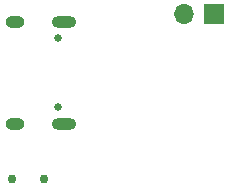
<source format=gbr>
%TF.GenerationSoftware,KiCad,Pcbnew,(6.0.11)*%
%TF.CreationDate,2023-02-01T21:23:03-08:00*%
%TF.ProjectId,Luzy,4c757a79-2e6b-4696-9361-645f70636258,rev?*%
%TF.SameCoordinates,Original*%
%TF.FileFunction,Soldermask,Bot*%
%TF.FilePolarity,Negative*%
%FSLAX46Y46*%
G04 Gerber Fmt 4.6, Leading zero omitted, Abs format (unit mm)*
G04 Created by KiCad (PCBNEW (6.0.11)) date 2023-02-01 21:23:03*
%MOMM*%
%LPD*%
G01*
G04 APERTURE LIST*
%ADD10R,1.700000X1.700000*%
%ADD11O,1.700000X1.700000*%
%ADD12C,0.750000*%
%ADD13C,0.650000*%
%ADD14O,2.100000X1.000000*%
%ADD15O,1.600000X1.000000*%
G04 APERTURE END LIST*
D10*
%TO.C,J1*%
X151892000Y-47396000D03*
D11*
X149352000Y-47396000D03*
%TD*%
D12*
%TO.C,SW4*%
X137511000Y-61341000D03*
X134761000Y-61341000D03*
%TD*%
D13*
%TO.C,P1*%
X138692000Y-49434000D03*
X138692000Y-55214000D03*
D14*
X139222000Y-48004000D03*
D15*
X135042000Y-48004000D03*
D14*
X139222000Y-56644000D03*
D15*
X135042000Y-56644000D03*
%TD*%
M02*

</source>
